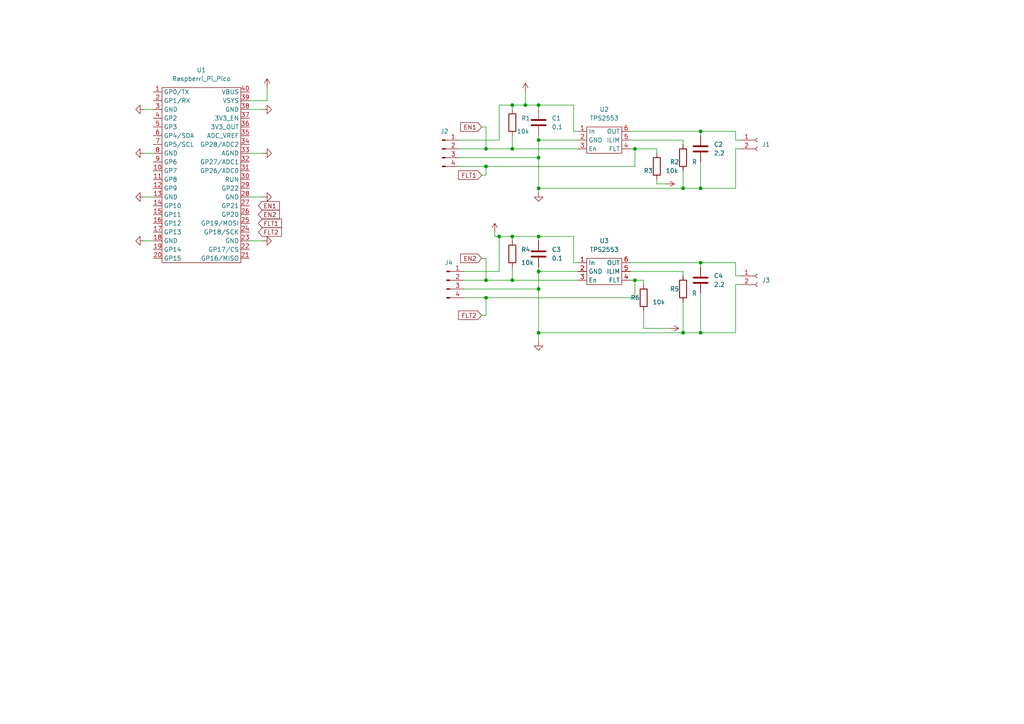
<source format=kicad_sch>
(kicad_sch (version 20211123) (generator eeschema)
  (paper "A4")
  (lib_symbols
    (symbol "Connector:Conn_01x02_Female" (pin_names (offset 1.016) hide)
      (property "Reference" "J" (at 0 2.54 0))
      (property "Value" "Conn_01x02_Female" (at 0 -5.08 0))
      (symbol "Conn_01x02_Female_1_1"
        (arc (start 0 -2.032) (mid -0.508 -2.54) (end 0 -3.048) (stroke (width 0.1524)))
        (polyline (pts (xy -1.27 -2.54) (xy -0.508 -2.54)) (stroke (width 0.1524)))
        (polyline (pts (xy -1.27 0) (xy -0.508 0)) (stroke (width 0.1524)))
        (arc (start 0 0.508) (mid -0.508 0) (end 0 -0.508) (stroke (width 0.1524)))
        (pin passive line (at -5.08 0 0) (length 3.81) (name "Pin_1") (number "1"))
        (pin passive line (at -5.08 -2.54 0) (length 3.81) (name "Pin_2") (number "2"))
      )
    )
    (symbol "Connector:Conn_01x04_Male" (pin_names (offset 1.016) hide)
      (property "Reference" "J" (at 0 5.08 0))
      (property "Value" "Conn_01x04_Male" (at 0 -7.62 0))
      (symbol "Conn_01x04_Male_1_1"
        (polyline (pts (xy 1.27 -5.08) (xy 0.8636 -5.08)) (stroke (width 0.1524)))
        (polyline (pts (xy 1.27 -2.54) (xy 0.8636 -2.54)) (stroke (width 0.1524)))
        (polyline (pts (xy 1.27 0) (xy 0.8636 0)) (stroke (width 0.1524)))
        (polyline (pts (xy 1.27 2.54) (xy 0.8636 2.54)) (stroke (width 0.1524)))
        (rectangle (start 0.8636 -4.953) (end 0 -5.207) (stroke (width 0.1524)) (fill (type outline)))
        (rectangle (start 0.8636 -2.413) (end 0 -2.667) (stroke (width 0.1524)) (fill (type outline)))
        (rectangle (start 0.8636 0.127) (end 0 -0.127) (stroke (width 0.1524)) (fill (type outline)))
        (rectangle (start 0.8636 2.667) (end 0 2.413) (stroke (width 0.1524)) (fill (type outline)))
        (pin passive line (at 5.08 2.54 180) (length 3.81) (name "Pin_1") (number "1"))
        (pin passive line (at 5.08 0 180) (length 3.81) (name "Pin_2") (number "2"))
        (pin passive line (at 5.08 -2.54 180) (length 3.81) (name "Pin_3") (number "3"))
        (pin passive line (at 5.08 -5.08 180) (length 3.81) (name "Pin_4") (number "4"))
      )
    )
    (symbol "Device:C" (pin_numbers hide) (pin_names (offset 0.254))
      (property "Reference" "C" (at 0.635 2.54 0))
      (property "Value" "C" (at 0.635 -2.54 0))
      (symbol "C_0_1"
        (polyline (pts (xy -2.032 -0.762) (xy 2.032 -0.762)) (stroke (width 0.508)))
        (polyline (pts (xy -2.032 0.762) (xy 2.032 0.762)) (stroke (width 0.508)))
      )
      (symbol "C_1_1"
        (pin passive line (at 0 3.81 270) (length 2.794) (name "~") (number "1"))
        (pin passive line (at 0 -3.81 90) (length 2.794) (name "~") (number "2"))
      )
    )
    (symbol "Device:R" (pin_numbers hide) (pin_names (offset 0))
      (property "Reference" "R" (at 2.032 0 90))
      (property "Value" "R" (at 0 0 90))
      (symbol "R_0_1"
        (rectangle (start -1.016 -2.54) (end 1.016 2.54) (stroke (width 0.254)))
      )
      (symbol "R_1_1"
        (pin passive line (at 0 3.81 270) (length 1.27) (name "~") (number "1"))
        (pin passive line (at 0 -3.81 90) (length 1.27) (name "~") (number "2"))
      )
    )
    (symbol "Shield_Emergent:Raspberri_Pi_Pico"
      (property "Reference" "U" (at 0 13.97 0))
      (property "Value" "Raspberri_Pi_Pico" (at 0 16.51 0))
      (symbol "Raspberri_Pi_Pico_0_1"
        (rectangle (start -11.43 12.7) (end 11.43 -38.1))
      )
      (symbol "Raspberri_Pi_Pico_1_1"
        (pin output line (at -13.97 11.43 0) (length 2.54) (name "GP0/TX") (number "1"))
        (pin bidirectional line (at -13.97 -11.43 0) (length 2.54) (name "GP7") (number "10"))
        (pin bidirectional line (at -13.97 -13.97 0) (length 2.54) (name "GP8") (number "11"))
        (pin bidirectional line (at -13.97 -16.51 0) (length 2.54) (name "GP9") (number "12"))
        (pin power_in line (at -13.97 -19.05 0) (length 2.54) (name "GND") (number "13"))
        (pin bidirectional line (at -13.97 -21.59 0) (length 2.54) (name "GP10") (number "14"))
        (pin bidirectional line (at -13.97 -24.13 0) (length 2.54) (name "GP11") (number "15"))
        (pin bidirectional line (at -13.97 -26.67 0) (length 2.54) (name "GP12") (number "16"))
        (pin bidirectional line (at -13.97 -29.21 0) (length 2.54) (name "GP13") (number "17"))
        (pin power_in line (at -13.97 -31.75 0) (length 2.54) (name "GND") (number "18"))
        (pin bidirectional line (at -13.97 -34.29 0) (length 2.54) (name "GP14") (number "19"))
        (pin input line (at -13.97 8.89 0) (length 2.54) (name "GP1/RX") (number "2"))
        (pin bidirectional line (at -13.97 -36.83 0) (length 2.54) (name "GP15") (number "20"))
        (pin input line (at 13.97 -36.83 180) (length 2.54) (name "GP16/MISO") (number "21"))
        (pin output line (at 13.97 -34.29 180) (length 2.54) (name "GP17/CS") (number "22"))
        (pin power_in line (at 13.97 -31.75 180) (length 2.54) (name "GND") (number "23"))
        (pin bidirectional line (at 13.97 -29.21 180) (length 2.54) (name "GP18/SCK") (number "24"))
        (pin bidirectional line (at 13.97 -26.67 180) (length 2.54) (name "GP19/MOSI") (number "25"))
        (pin bidirectional line (at 13.97 -24.13 180) (length 2.54) (name "GP20") (number "26"))
        (pin bidirectional line (at 13.97 -21.59 180) (length 2.54) (name "GP21") (number "27"))
        (pin power_in line (at 13.97 -19.05 180) (length 2.54) (name "GND") (number "28"))
        (pin bidirectional line (at 13.97 -16.51 180) (length 2.54) (name "GP22") (number "29"))
        (pin power_in line (at -13.97 6.35 0) (length 2.54) (name "GND") (number "3"))
        (pin bidirectional line (at 13.97 -13.97 180) (length 2.54) (name "RUN") (number "30"))
        (pin input line (at 13.97 -11.43 180) (length 2.54) (name "GP26/ADC0") (number "31"))
        (pin input line (at 13.97 -8.89 180) (length 2.54) (name "GP27/ADC1") (number "32"))
        (pin power_in line (at 13.97 -6.35 180) (length 2.54) (name "AGND") (number "33"))
        (pin input line (at 13.97 -3.81 180) (length 2.54) (name "GP28/ADC2") (number "34"))
        (pin input line (at 13.97 -1.27 180) (length 2.54) (name "ADC_VREF") (number "35"))
        (pin power_out line (at 13.97 1.27 180) (length 2.54) (name "3V3_OUT") (number "36"))
        (pin input line (at 13.97 3.81 180) (length 2.54) (name "3V3_EN") (number "37"))
        (pin power_in line (at 13.97 6.35 180) (length 2.54) (name "GND") (number "38"))
        (pin power_in line (at 13.97 8.89 180) (length 2.54) (name "VSYS") (number "39"))
        (pin bidirectional line (at -13.97 3.81 0) (length 2.54) (name "GP2") (number "4"))
        (pin power_in line (at 13.97 11.43 180) (length 2.54) (name "VBUS") (number "40"))
        (pin bidirectional line (at -13.97 1.27 0) (length 2.54) (name "GP3") (number "5"))
        (pin bidirectional line (at -13.97 -1.27 0) (length 2.54) (name "GP4/SDA") (number "6"))
        (pin bidirectional line (at -13.97 -3.81 0) (length 2.54) (name "GP5/SCL") (number "7"))
        (pin power_in line (at -13.97 -6.35 0) (length 2.54) (name "GND") (number "8"))
        (pin bidirectional line (at -13.97 -8.89 0) (length 2.54) (name "GP6") (number "9"))
      )
    )
    (symbol "Shield_Emergent:TPS2553"
      (property "Reference" "U" (at 0 7.62 0))
      (property "Value" "TPS2553" (at 0 5.08 0))
      (symbol "TPS2553_0_1"
        (rectangle (start -5.08 3.81) (end 5.08 -3.81))
      )
      (symbol "TPS2553_1_1"
        (pin power_in line (at -7.62 2.54 0) (length 2.54) (name "In") (number "1"))
        (pin power_in line (at -7.62 0 0) (length 2.54) (name "GND") (number "2"))
        (pin input line (at -7.62 -2.54 0) (length 2.54) (name "En") (number "3"))
        (pin open_collector line (at 7.62 -2.54 180) (length 2.54) (name "FLT") (number "4"))
        (pin input line (at 7.62 0 180) (length 2.54) (name "ILIM") (number "5"))
        (pin power_out line (at 7.62 2.54 180) (length 2.54) (name "OUT") (number "6"))
      )
    )
    (symbol "power:GND" (power) (pin_names (offset 0))
      (property "Value" "GND" (at 0 -3.81 0))
      (symbol "GND_0_1"
        (polyline (pts (xy 0 0) (xy 0 -1.27) (xy 1.27 -1.27) (xy 0 -2.54) (xy -1.27 -1.27) (xy 0 -1.27)))
      )
      (symbol "GND_1_1"
        (pin power_in line (at 0 0 270) (length 0) hide (name "GND") (number "1"))
      )
    )
    (symbol "power:VBUS" (power) (pin_names (offset 0))
      (property "Value" "VBUS" (at 0 3.81 0))
      (symbol "VBUS_0_1"
        (polyline (pts (xy -0.762 1.27) (xy 0 2.54)))
        (polyline (pts (xy 0 0) (xy 0 2.54)))
        (polyline (pts (xy 0 2.54) (xy 0.762 1.27)))
      )
      (symbol "VBUS_1_1"
        (pin power_in line (at 0 0 90) (length 0) hide (name "VBUS") (number "1"))
      )
    )
  )
  (junction (at 156.21 30.48))
  (junction (at 140.97 86.36))
  (junction (at 148.59 30.48))
  (junction (at 148.59 81.28))
  (junction (at 203.2 96.52))
  (junction (at 156.21 40.64))
  (junction (at 140.97 43.18))
  (junction (at 156.21 83.82))
  (junction (at 184.15 81.28))
  (junction (at 198.12 54.61))
  (junction (at 184.15 43.18))
  (junction (at 203.2 54.61))
  (junction (at 148.59 43.18))
  (junction (at 156.21 96.52))
  (junction (at 152.4 30.48))
  (junction (at 156.21 54.61))
  (junction (at 198.12 96.52))
  (junction (at 140.97 48.26))
  (junction (at 203.2 76.2))
  (junction (at 156.21 78.74))
  (junction (at 203.2 38.1))
  (junction (at 148.59 68.58))
  (junction (at 144.78 68.58))
  (junction (at 140.97 81.28))
  (junction (at 156.21 45.72))
  (junction (at 156.21 68.58))
  (wire (pts (xy 148.59 30.48) (xy 152.4 30.48)))
  (wire (pts (xy 139.7 74.93) (xy 140.97 74.93)))
  (wire (pts (xy 156.21 54.61) (xy 198.12 54.61)))
  (wire (pts (xy 203.2 96.52) (xy 203.2 85.09)))
  (wire (pts (xy 140.97 91.44) (xy 140.97 86.36)))
  (wire (pts (xy 148.59 81.28) (xy 167.64 81.28)))
  (wire (pts (xy 140.97 48.26) (xy 133.35 48.26)))
  (wire (pts (xy 213.36 43.18) (xy 213.36 54.61)))
  (wire (pts (xy 203.2 96.52) (xy 198.12 96.52)))
  (wire (pts (xy 198.12 40.64) (xy 198.12 41.91)))
  (wire (pts (xy 144.78 40.64) (xy 133.35 40.64)))
  (wire (pts (xy 139.7 36.83) (xy 140.97 36.83)))
  (wire (pts (xy 77.47 25.4) (xy 77.47 29.21)))
  (wire (pts (xy 152.4 30.48) (xy 156.21 30.48)))
  (wire (pts (xy 184.15 48.26) (xy 140.97 48.26)))
  (wire (pts (xy 156.21 39.37) (xy 156.21 40.64)))
  (wire (pts (xy 198.12 87.63) (xy 198.12 96.52)))
  (wire (pts (xy 198.12 49.53) (xy 198.12 54.61)))
  (wire (pts (xy 156.21 78.74) (xy 156.21 83.82)))
  (wire (pts (xy 140.97 50.8) (xy 140.97 48.26)))
  (wire (pts (xy 156.21 40.64) (xy 156.21 45.72)))
  (wire (pts (xy 213.36 82.55) (xy 213.36 96.52)))
  (wire (pts (xy 76.2 69.85) (xy 72.39 69.85)))
  (wire (pts (xy 140.97 43.18) (xy 148.59 43.18)))
  (wire (pts (xy 156.21 77.47) (xy 156.21 78.74)))
  (wire (pts (xy 76.2 31.75) (xy 72.39 31.75)))
  (wire (pts (xy 213.36 38.1) (xy 203.2 38.1)))
  (wire (pts (xy 184.15 81.28) (xy 184.15 86.36)))
  (wire (pts (xy 203.2 96.52) (xy 213.36 96.52)))
  (wire (pts (xy 182.88 40.64) (xy 198.12 40.64)))
  (wire (pts (xy 144.78 68.58) (xy 144.78 78.74)))
  (wire (pts (xy 184.15 43.18) (xy 190.5 43.18)))
  (wire (pts (xy 156.21 31.75) (xy 156.21 30.48)))
  (wire (pts (xy 186.69 95.25) (xy 194.31 95.25)))
  (wire (pts (xy 148.59 69.85) (xy 148.59 68.58)))
  (wire (pts (xy 140.97 81.28) (xy 148.59 81.28)))
  (wire (pts (xy 182.88 81.28) (xy 184.15 81.28)))
  (wire (pts (xy 166.37 76.2) (xy 166.37 68.58)))
  (wire (pts (xy 140.97 86.36) (xy 134.62 86.36)))
  (wire (pts (xy 166.37 38.1) (xy 167.64 38.1)))
  (wire (pts (xy 203.2 39.37) (xy 203.2 38.1)))
  (wire (pts (xy 134.62 81.28) (xy 140.97 81.28)))
  (wire (pts (xy 77.47 29.21) (xy 72.39 29.21)))
  (wire (pts (xy 156.21 68.58) (xy 156.21 69.85)))
  (wire (pts (xy 148.59 68.58) (xy 156.21 68.58)))
  (wire (pts (xy 184.15 43.18) (xy 184.15 48.26)))
  (wire (pts (xy 184.15 86.36) (xy 140.97 86.36)))
  (wire (pts (xy 182.88 76.2) (xy 203.2 76.2)))
  (wire (pts (xy 156.21 96.52) (xy 156.21 83.82)))
  (wire (pts (xy 156.21 96.52) (xy 156.21 99.06)))
  (wire (pts (xy 156.21 40.64) (xy 167.64 40.64)))
  (wire (pts (xy 148.59 31.75) (xy 148.59 30.48)))
  (wire (pts (xy 156.21 54.61) (xy 156.21 55.88)))
  (wire (pts (xy 190.5 43.18) (xy 190.5 44.45)))
  (wire (pts (xy 148.59 43.18) (xy 167.64 43.18)))
  (wire (pts (xy 184.15 81.28) (xy 186.69 81.28)))
  (wire (pts (xy 139.7 91.44) (xy 140.97 91.44)))
  (wire (pts (xy 156.21 96.52) (xy 198.12 96.52)))
  (wire (pts (xy 214.63 82.55) (xy 213.36 82.55)))
  (wire (pts (xy 203.2 46.99) (xy 203.2 54.61)))
  (wire (pts (xy 140.97 74.93) (xy 140.97 81.28)))
  (wire (pts (xy 139.7 50.8) (xy 140.97 50.8)))
  (wire (pts (xy 144.78 30.48) (xy 144.78 40.64)))
  (wire (pts (xy 186.69 90.17) (xy 186.69 95.25)))
  (wire (pts (xy 148.59 77.47) (xy 148.59 81.28)))
  (wire (pts (xy 144.78 68.58) (xy 148.59 68.58)))
  (wire (pts (xy 213.36 80.01) (xy 213.36 76.2)))
  (wire (pts (xy 167.64 76.2) (xy 166.37 76.2)))
  (wire (pts (xy 182.88 43.18) (xy 184.15 43.18)))
  (wire (pts (xy 144.78 30.48) (xy 148.59 30.48)))
  (wire (pts (xy 166.37 30.48) (xy 166.37 38.1)))
  (wire (pts (xy 182.88 78.74) (xy 198.12 78.74)))
  (wire (pts (xy 140.97 36.83) (xy 140.97 43.18)))
  (wire (pts (xy 156.21 54.61) (xy 156.21 45.72)))
  (wire (pts (xy 41.91 44.45) (xy 44.45 44.45)))
  (wire (pts (xy 203.2 76.2) (xy 213.36 76.2)))
  (wire (pts (xy 143.51 68.58) (xy 144.78 68.58)))
  (wire (pts (xy 152.4 26.67) (xy 152.4 30.48)))
  (wire (pts (xy 203.2 54.61) (xy 198.12 54.61)))
  (wire (pts (xy 76.2 57.15) (xy 72.39 57.15)))
  (wire (pts (xy 156.21 78.74) (xy 167.64 78.74)))
  (wire (pts (xy 41.91 31.75) (xy 44.45 31.75)))
  (wire (pts (xy 213.36 54.61) (xy 203.2 54.61)))
  (wire (pts (xy 166.37 68.58) (xy 156.21 68.58)))
  (wire (pts (xy 186.69 81.28) (xy 186.69 82.55)))
  (wire (pts (xy 214.63 40.64) (xy 213.36 40.64)))
  (wire (pts (xy 213.36 40.64) (xy 213.36 38.1)))
  (wire (pts (xy 76.2 44.45) (xy 72.39 44.45)))
  (wire (pts (xy 41.91 69.85) (xy 44.45 69.85)))
  (wire (pts (xy 182.88 38.1) (xy 203.2 38.1)))
  (wire (pts (xy 134.62 83.82) (xy 156.21 83.82)))
  (wire (pts (xy 133.35 45.72) (xy 156.21 45.72)))
  (wire (pts (xy 193.04 53.34) (xy 190.5 53.34)))
  (wire (pts (xy 214.63 80.01) (xy 213.36 80.01)))
  (wire (pts (xy 203.2 77.47) (xy 203.2 76.2)))
  (wire (pts (xy 41.91 57.15) (xy 44.45 57.15)))
  (wire (pts (xy 156.21 30.48) (xy 166.37 30.48)))
  (wire (pts (xy 133.35 43.18) (xy 140.97 43.18)))
  (wire (pts (xy 148.59 39.37) (xy 148.59 43.18)))
  (wire (pts (xy 190.5 53.34) (xy 190.5 52.07)))
  (wire (pts (xy 213.36 43.18) (xy 214.63 43.18)))
  (wire (pts (xy 143.51 67.31) (xy 143.51 68.58)))
  (wire (pts (xy 134.62 78.74) (xy 144.78 78.74)))
  (wire (pts (xy 198.12 78.74) (xy 198.12 80.01)))
  (global_label "EN2" (shape input) (at 139.7 74.93 180) (property "Intersheet References" "${INTERSHEET_REFS}" (effects hide)))
  (global_label "EN1" (shape input) (at 74.93 59.69 0) (property "Intersheet References" "${INTERSHEET_REFS}" (effects hide)))
  (global_label "FLT1" (shape input) (at 74.93 64.77 0) (property "Intersheet References" "${INTERSHEET_REFS}" (effects hide)))
  (global_label "FLT2" (shape input) (at 139.7 91.44 180) (property "Intersheet References" "${INTERSHEET_REFS}" (effects hide)))
  (global_label "EN1" (shape input) (at 139.7 36.83 180) (property "Intersheet References" "${INTERSHEET_REFS}" (effects hide)))
  (global_label "FLT1" (shape input) (at 139.7 50.8 180) (property "Intersheet References" "${INTERSHEET_REFS}" (effects hide)))
  (global_label "FLT2" (shape input) (at 74.93 67.31 0) (property "Intersheet References" "${INTERSHEET_REFS}" (effects hide)))
  (global_label "EN2" (shape input) (at 74.93 62.23 0) (property "Intersheet References" "${INTERSHEET_REFS}" (effects hide)))
  (symbol (lib_id "Device:R") (at 198.12 83.82 0) (unit 1)
    (property "Reference" "R5" (at 194.31 83.82 0) (effects (justify left)))
    (property "Value" "R" (at 200.66 85.0899 0) (effects (justify left)))
    (property "Footprint" "Resistor_SMD:R_0603_1608Metric_Pad0.98x0.95mm_HandSolder" (effects hide))
  )
  (symbol (lib_id "Connector:Conn_01x04_Male") (at 128.27 43.18 0) (unit 1)
    (property "Reference" "J2" (at 128.905 38.1 0))
    (property "Value" "Conn_01x04_Male" (effects hide))
    (property "Footprint" "Connector_PinSocket_2.54mm:PinSocket_1x04_P2.54mm_Vertical" (effects hide))
  )
  (symbol (lib_id "Device:R") (at 190.5 48.26 0) (unit 1)
    (property "Reference" "R3" (at 186.69 49.53 0) (effects (justify left)))
    (property "Value" "10k" (at 193.04 49.5299 0) (effects (justify left)))
    (property "Footprint" "Resistor_SMD:R_0603_1608Metric_Pad0.98x0.95mm_HandSolder" (effects hide))
  )
  (symbol (lib_id "power:GND") (at 41.91 69.85 270) (unit 1)
    (property "Reference" "#PWR012" (effects hide))
    (property "Value" "GND" (effects hide))
  )
  (symbol (lib_id "power:GND") (at 76.2 44.45 90) (unit 1)
    (property "Reference" "#PWR06" (effects hide))
    (property "Value" "GND" (effects hide))
  )
  (symbol (lib_id "power:GND") (at 156.21 55.88 0) (unit 1)
    (property "Reference" "#PWR08" (effects hide))
    (property "Value" "GND" (effects hide))
  )
  (symbol (lib_id "power:VBUS") (at 194.31 95.25 270) (unit 1)
    (property "Reference" "#PWR014" (effects hide))
    (property "Value" "VBUS" (effects hide))
  )
  (symbol (lib_id "Device:C") (at 156.21 73.66 0) (unit 1)
    (property "Reference" "C3" (at 160.02 72.3899 0) (effects (justify left)))
    (property "Value" "0.1" (at 160.02 74.9299 0) (effects (justify left)))
    (property "Footprint" "Capacitor_SMD:C_0603_1608Metric_Pad1.08x0.95mm_HandSolder" (effects hide))
  )
  (symbol (lib_id "Connector:Conn_01x02_Female") (at 219.71 80.01 0) (unit 1)
    (property "Reference" "J3" (at 220.98 81.2799 0) (effects (justify left)))
    (property "Value" "Conn_01x02_Female" (effects hide))
    (property "Footprint" "Connector_PinSocket_2.54mm:PinSocket_1x02_P2.54mm_Vertical" (effects hide))
  )
  (symbol (lib_id "Device:C") (at 203.2 81.28 0) (unit 1)
    (property "Reference" "C4" (at 207.01 80.0099 0) (effects (justify left)))
    (property "Value" "2.2" (at 207.01 82.5499 0) (effects (justify left)))
    (property "Footprint" "Capacitor_SMD:C_0603_1608Metric_Pad1.08x0.95mm_HandSolder" (effects hide))
  )
  (symbol (lib_id "power:VBUS") (at 77.47 25.4 0) (unit 1)
    (property "Reference" "#PWR01" (effects hide))
    (property "Value" "VBUS" (effects hide))
  )
  (symbol (lib_id "power:GND") (at 41.91 57.15 270) (unit 1)
    (property "Reference" "#PWR09" (effects hide))
    (property "Value" "GND" (effects hide))
  )
  (symbol (lib_id "power:GND") (at 76.2 69.85 90) (unit 1)
    (property "Reference" "#PWR013" (effects hide))
    (property "Value" "GND" (effects hide))
  )
  (symbol (lib_id "power:GND") (at 156.21 99.06 0) (unit 1)
    (property "Reference" "#PWR015" (effects hide))
    (property "Value" "GND" (effects hide))
  )
  (symbol (lib_id "power:VBUS") (at 143.51 67.31 0) (unit 1)
    (property "Reference" "#PWR011" (effects hide))
    (property "Value" "VBUS" (effects hide))
  )
  (symbol (lib_id "Shield_Emergent:Raspberri_Pi_Pico") (at 58.42 38.1 0) (unit 1)
    (property "Reference" "U1" (at 58.42 20.32 0))
    (property "Value" "Raspberri_Pi_Pico" (at 58.42 22.86 0))
    (property "Footprint" "Shield_Emergent:Raspberry Pi Pico" (effects hide))
  )
  (symbol (lib_id "Device:R") (at 148.59 35.56 0) (unit 1)
    (property "Reference" "R1" (at 151.13 34.2899 0) (effects (justify left)))
    (property "Value" "10k" (at 149.86 38.1 0) (effects (justify left)))
    (property "Footprint" "Resistor_SMD:R_0603_1608Metric_Pad0.98x0.95mm_HandSolder" (effects hide))
  )
  (symbol (lib_id "Shield_Emergent:TPS2553") (at 175.26 78.74 0) (unit 1)
    (property "Reference" "U3" (at 175.26 69.85 0))
    (property "Value" "TPS2553" (at 175.26 72.39 0))
    (property "Footprint" "Package_TO_SOT_SMD:SOT-23-6_Handsoldering" (effects hide))
  )
  (symbol (lib_id "power:GND") (at 76.2 31.75 90) (unit 1)
    (property "Reference" "#PWR04" (effects hide))
    (property "Value" "GND" (effects hide))
  )
  (symbol (lib_id "power:GND") (at 76.2 57.15 90) (unit 1)
    (property "Reference" "#PWR010" (effects hide))
    (property "Value" "GND" (effects hide))
  )
  (symbol (lib_id "Device:R") (at 148.59 73.66 0) (unit 1)
    (property "Reference" "R4" (at 151.13 72.3899 0) (effects (justify left)))
    (property "Value" "10k" (at 151.13 76.2 0) (effects (justify left)))
    (property "Footprint" "Resistor_SMD:R_0603_1608Metric_Pad0.98x0.95mm_HandSolder" (effects hide))
  )
  (symbol (lib_id "power:VBUS") (at 152.4 26.67 0) (unit 1)
    (property "Reference" "#PWR02" (effects hide))
    (property "Value" "VBUS" (effects hide))
  )
  (symbol (lib_id "Connector:Conn_01x02_Female") (at 219.71 40.64 0) (unit 1)
    (property "Reference" "J1" (at 220.98 41.9099 0) (effects (justify left)))
    (property "Value" "Conn_01x02_Female" (effects hide))
    (property "Footprint" "Connector_PinSocket_2.54mm:PinSocket_1x02_P2.54mm_Vertical" (effects hide))
  )
  (symbol (lib_id "Device:R") (at 198.12 45.72 0) (unit 1)
    (property "Reference" "R2" (at 194.31 46.99 0) (effects (justify left)))
    (property "Value" "R" (at 200.66 46.9899 0) (effects (justify left)))
    (property "Footprint" "Resistor_SMD:R_0603_1608Metric_Pad0.98x0.95mm_HandSolder" (effects hide))
  )
  (symbol (lib_id "Device:C") (at 156.21 35.56 0) (unit 1)
    (property "Reference" "C1" (at 160.02 34.2899 0) (effects (justify left)))
    (property "Value" "0.1" (at 160.02 36.8299 0) (effects (justify left)))
    (property "Footprint" "Capacitor_SMD:C_0603_1608Metric_Pad1.08x0.95mm_HandSolder" (effects hide))
  )
  (symbol (lib_id "power:GND") (at 41.91 31.75 270) (unit 1)
    (property "Reference" "#PWR03" (effects hide))
    (property "Value" "GND" (effects hide))
  )
  (symbol (lib_id "power:VBUS") (at 193.04 53.34 270) (unit 1)
    (property "Reference" "#PWR07" (effects hide))
    (property "Value" "VBUS" (effects hide))
  )
  (symbol (lib_id "power:GND") (at 41.91 44.45 270) (unit 1)
    (property "Reference" "#PWR05" (effects hide))
    (property "Value" "GND" (effects hide))
  )
  (symbol (lib_id "Device:R") (at 186.69 86.36 0) (unit 1)
    (property "Reference" "R6" (at 182.88 86.36 0) (effects (justify left)))
    (property "Value" "10k" (at 189.23 87.6299 0) (effects (justify left)))
    (property "Footprint" "Resistor_SMD:R_0603_1608Metric_Pad0.98x0.95mm_HandSolder" (effects hide))
  )
  (symbol (lib_id "Connector:Conn_01x04_Male") (at 129.54 81.28 0) (unit 1)
    (property "Reference" "J4" (at 130.175 76.2 0))
    (property "Value" "Conn_01x04_Male" (effects hide))
    (property "Footprint" "Connector_PinSocket_2.54mm:PinSocket_1x04_P2.54mm_Vertical" (effects hide))
  )
  (symbol (lib_id "Device:C") (at 203.2 43.18 0) (unit 1)
    (property "Reference" "C2" (at 207.01 41.9099 0) (effects (justify left)))
    (property "Value" "2.2" (at 207.01 44.4499 0) (effects (justify left)))
    (property "Footprint" "Capacitor_SMD:C_0603_1608Metric_Pad1.08x0.95mm_HandSolder" (effects hide))
  )
  (symbol (lib_id "Shield_Emergent:TPS2553") (at 175.26 40.64 0) (unit 1)
    (property "Reference" "U2" (at 175.26 31.75 0))
    (property "Value" "TPS2553" (at 175.26 34.29 0))
    (property "Footprint" "Package_TO_SOT_SMD:SOT-23-6_Handsoldering" (effects hide))
  )
)
</source>
